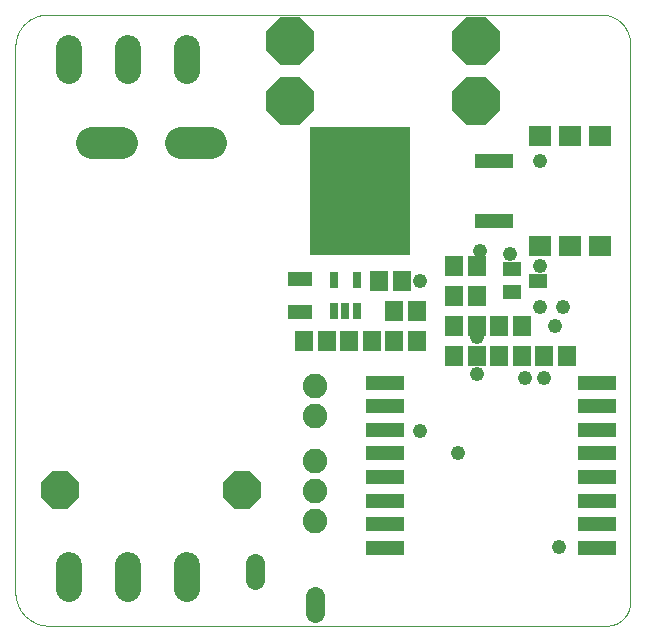
<source format=gts>
G75*
%MOIN*%
%OFA0B0*%
%FSLAX25Y25*%
%IPPOS*%
%LPD*%
%AMOC8*
5,1,8,0,0,1.08239X$1,22.5*
%
%ADD10C,0.00000*%
%ADD11OC8,0.15800*%
%ADD12R,0.07808X0.06784*%
%ADD13R,0.06312X0.04737*%
%ADD14R,0.05918X0.06706*%
%ADD15C,0.06400*%
%ADD16R,0.33792X0.42769*%
%ADD17R,0.12808X0.04800*%
%ADD18C,0.10800*%
%ADD19OC8,0.12611*%
%ADD20C,0.08600*%
%ADD21R,0.12611X0.05000*%
%ADD22R,0.02965X0.05524*%
%ADD23R,0.07887X0.04737*%
%ADD24R,0.05918X0.07099*%
%ADD25C,0.08200*%
%ADD26C,0.04762*%
D10*
X0012329Y0009583D02*
X0198239Y0009583D01*
X0198428Y0009585D01*
X0198617Y0009592D01*
X0198806Y0009604D01*
X0198995Y0009620D01*
X0199183Y0009640D01*
X0199370Y0009665D01*
X0199557Y0009695D01*
X0199744Y0009729D01*
X0199929Y0009767D01*
X0200113Y0009811D01*
X0200296Y0009858D01*
X0200478Y0009910D01*
X0200659Y0009966D01*
X0200838Y0010027D01*
X0201016Y0010092D01*
X0201192Y0010161D01*
X0201366Y0010235D01*
X0201539Y0010312D01*
X0201710Y0010394D01*
X0201878Y0010480D01*
X0202045Y0010570D01*
X0202209Y0010664D01*
X0202371Y0010762D01*
X0202530Y0010864D01*
X0202688Y0010969D01*
X0202842Y0011079D01*
X0202994Y0011192D01*
X0203143Y0011308D01*
X0203289Y0011429D01*
X0203432Y0011552D01*
X0203572Y0011680D01*
X0203709Y0011810D01*
X0203843Y0011944D01*
X0203973Y0012081D01*
X0204101Y0012221D01*
X0204224Y0012364D01*
X0204345Y0012510D01*
X0204461Y0012659D01*
X0204574Y0012811D01*
X0204684Y0012965D01*
X0204789Y0013123D01*
X0204891Y0013282D01*
X0204989Y0013444D01*
X0205083Y0013608D01*
X0205173Y0013775D01*
X0205259Y0013943D01*
X0205341Y0014114D01*
X0205418Y0014287D01*
X0205492Y0014461D01*
X0205561Y0014637D01*
X0205626Y0014815D01*
X0205687Y0014994D01*
X0205743Y0015175D01*
X0205795Y0015357D01*
X0205842Y0015540D01*
X0205886Y0015724D01*
X0205924Y0015909D01*
X0205958Y0016096D01*
X0205988Y0016283D01*
X0206013Y0016470D01*
X0206033Y0016658D01*
X0206049Y0016847D01*
X0206061Y0017036D01*
X0206068Y0017225D01*
X0206070Y0017414D01*
X0206070Y0203613D01*
X0206067Y0203847D01*
X0206059Y0204080D01*
X0206045Y0204314D01*
X0206025Y0204546D01*
X0205999Y0204779D01*
X0205969Y0205010D01*
X0205932Y0205241D01*
X0205890Y0205471D01*
X0205842Y0205700D01*
X0205789Y0205927D01*
X0205730Y0206154D01*
X0205666Y0206378D01*
X0205597Y0206602D01*
X0205522Y0206823D01*
X0205442Y0207042D01*
X0205356Y0207260D01*
X0205265Y0207475D01*
X0205169Y0207688D01*
X0205068Y0207899D01*
X0204962Y0208107D01*
X0204851Y0208313D01*
X0204735Y0208516D01*
X0204614Y0208716D01*
X0204489Y0208913D01*
X0204358Y0209107D01*
X0204223Y0209297D01*
X0204083Y0209485D01*
X0203939Y0209669D01*
X0203791Y0209849D01*
X0203638Y0210026D01*
X0203481Y0210199D01*
X0203320Y0210368D01*
X0203154Y0210534D01*
X0202985Y0210695D01*
X0202812Y0210852D01*
X0202635Y0211005D01*
X0202455Y0211153D01*
X0202271Y0211297D01*
X0202083Y0211437D01*
X0201893Y0211572D01*
X0201699Y0211703D01*
X0201502Y0211828D01*
X0201302Y0211949D01*
X0201099Y0212065D01*
X0200893Y0212176D01*
X0200685Y0212282D01*
X0200474Y0212383D01*
X0200261Y0212479D01*
X0200046Y0212570D01*
X0199828Y0212656D01*
X0199609Y0212736D01*
X0199388Y0212811D01*
X0199164Y0212880D01*
X0198940Y0212944D01*
X0198713Y0213003D01*
X0198486Y0213056D01*
X0198257Y0213104D01*
X0198027Y0213146D01*
X0197796Y0213183D01*
X0197565Y0213213D01*
X0197332Y0213239D01*
X0197100Y0213259D01*
X0196866Y0213273D01*
X0196633Y0213281D01*
X0196399Y0213284D01*
X0011812Y0213284D01*
X0011554Y0213281D01*
X0011297Y0213272D01*
X0011040Y0213256D01*
X0010783Y0213234D01*
X0010527Y0213206D01*
X0010271Y0213172D01*
X0010017Y0213132D01*
X0009763Y0213085D01*
X0009511Y0213033D01*
X0009260Y0212974D01*
X0009011Y0212909D01*
X0008763Y0212839D01*
X0008517Y0212762D01*
X0008273Y0212680D01*
X0008031Y0212591D01*
X0007791Y0212497D01*
X0007554Y0212397D01*
X0007319Y0212291D01*
X0007086Y0212180D01*
X0006857Y0212063D01*
X0006630Y0211940D01*
X0006406Y0211812D01*
X0006186Y0211679D01*
X0005969Y0211540D01*
X0005755Y0211396D01*
X0005544Y0211248D01*
X0005338Y0211094D01*
X0005135Y0210935D01*
X0004936Y0210771D01*
X0004741Y0210602D01*
X0004550Y0210429D01*
X0004364Y0210251D01*
X0004182Y0210069D01*
X0004004Y0209883D01*
X0003831Y0209692D01*
X0003662Y0209497D01*
X0003498Y0209298D01*
X0003339Y0209095D01*
X0003185Y0208889D01*
X0003037Y0208678D01*
X0002893Y0208464D01*
X0002754Y0208247D01*
X0002621Y0208027D01*
X0002493Y0207803D01*
X0002370Y0207576D01*
X0002253Y0207347D01*
X0002142Y0207114D01*
X0002036Y0206879D01*
X0001936Y0206642D01*
X0001842Y0206402D01*
X0001753Y0206160D01*
X0001671Y0205916D01*
X0001594Y0205670D01*
X0001524Y0205422D01*
X0001459Y0205173D01*
X0001400Y0204922D01*
X0001348Y0204670D01*
X0001301Y0204416D01*
X0001261Y0204162D01*
X0001227Y0203906D01*
X0001199Y0203650D01*
X0001177Y0203393D01*
X0001161Y0203136D01*
X0001152Y0202879D01*
X0001149Y0202621D01*
X0001149Y0020764D01*
X0001152Y0020494D01*
X0001162Y0020224D01*
X0001178Y0019954D01*
X0001201Y0019685D01*
X0001231Y0019416D01*
X0001266Y0019149D01*
X0001309Y0018882D01*
X0001357Y0018616D01*
X0001412Y0018352D01*
X0001474Y0018088D01*
X0001542Y0017827D01*
X0001616Y0017567D01*
X0001696Y0017309D01*
X0001783Y0017053D01*
X0001876Y0016800D01*
X0001974Y0016548D01*
X0002079Y0016299D01*
X0002190Y0016053D01*
X0002307Y0015809D01*
X0002430Y0015568D01*
X0002558Y0015331D01*
X0002692Y0015096D01*
X0002832Y0014865D01*
X0002977Y0014637D01*
X0003128Y0014413D01*
X0003284Y0014193D01*
X0003446Y0013976D01*
X0003612Y0013763D01*
X0003784Y0013555D01*
X0003961Y0013350D01*
X0004142Y0013150D01*
X0004329Y0012955D01*
X0004520Y0012764D01*
X0004715Y0012577D01*
X0004915Y0012396D01*
X0005120Y0012219D01*
X0005328Y0012047D01*
X0005541Y0011881D01*
X0005758Y0011719D01*
X0005978Y0011563D01*
X0006202Y0011412D01*
X0006430Y0011267D01*
X0006661Y0011127D01*
X0006896Y0010993D01*
X0007133Y0010865D01*
X0007374Y0010742D01*
X0007618Y0010625D01*
X0007864Y0010514D01*
X0008113Y0010409D01*
X0008365Y0010311D01*
X0008618Y0010218D01*
X0008874Y0010131D01*
X0009132Y0010051D01*
X0009392Y0009977D01*
X0009653Y0009909D01*
X0009917Y0009847D01*
X0010181Y0009792D01*
X0010447Y0009744D01*
X0010714Y0009701D01*
X0010981Y0009666D01*
X0011250Y0009636D01*
X0011519Y0009613D01*
X0011789Y0009597D01*
X0012059Y0009587D01*
X0012329Y0009584D01*
D11*
X0092649Y0184583D03*
X0092649Y0204583D03*
X0154649Y0204583D03*
X0154649Y0184583D03*
D12*
X0176149Y0172871D03*
X0186149Y0172871D03*
X0196149Y0172871D03*
X0196149Y0136296D03*
X0186149Y0136296D03*
X0176149Y0136296D03*
D13*
X0166818Y0128323D03*
X0166818Y0120843D03*
X0175479Y0124583D03*
D14*
X0169889Y0109583D03*
X0162409Y0109583D03*
X0154889Y0109583D03*
X0147409Y0109583D03*
X0147409Y0099583D03*
X0154889Y0099583D03*
X0162409Y0099583D03*
X0169889Y0099583D03*
X0177409Y0099583D03*
X0184889Y0099583D03*
X0154889Y0119583D03*
X0147409Y0119583D03*
X0147409Y0129583D03*
X0154889Y0129583D03*
X0134889Y0114583D03*
X0127409Y0114583D03*
X0127409Y0104583D03*
X0134889Y0104583D03*
D15*
X0081149Y0030383D02*
X0081149Y0024783D01*
X0101149Y0019383D02*
X0101149Y0013783D01*
D16*
X0116149Y0154583D03*
D17*
X0160676Y0144583D03*
X0160676Y0164583D03*
D18*
X0066227Y0170528D02*
X0056227Y0170528D01*
X0036542Y0170528D02*
X0026542Y0170528D01*
D19*
X0016070Y0054780D03*
X0076700Y0054780D03*
D20*
X0058349Y0029733D02*
X0058349Y0021933D01*
X0038649Y0021933D02*
X0038649Y0029733D01*
X0018949Y0029733D02*
X0018949Y0021933D01*
X0018949Y0194433D02*
X0018949Y0202233D01*
X0038649Y0202233D02*
X0038649Y0194433D01*
X0058349Y0194433D02*
X0058349Y0202233D01*
D21*
X0124220Y0090646D03*
X0124220Y0082772D03*
X0124220Y0074898D03*
X0124220Y0067024D03*
X0124220Y0059150D03*
X0124220Y0051276D03*
X0124220Y0043402D03*
X0124220Y0035528D03*
X0195086Y0035528D03*
X0195086Y0043402D03*
X0195086Y0051276D03*
X0195086Y0059150D03*
X0195086Y0067024D03*
X0195086Y0074898D03*
X0195086Y0082772D03*
X0195086Y0090646D03*
D22*
X0114889Y0114465D03*
X0111149Y0114465D03*
X0107409Y0114465D03*
X0107409Y0124702D03*
X0114889Y0124702D03*
D23*
X0096149Y0125095D03*
X0096149Y0114072D03*
D24*
X0097212Y0104583D03*
X0105086Y0104583D03*
X0112212Y0104583D03*
X0120086Y0104583D03*
X0122212Y0124583D03*
X0130086Y0124583D03*
D25*
X0101149Y0089583D03*
X0101149Y0079583D03*
X0101149Y0064583D03*
X0101149Y0054583D03*
X0101149Y0044583D03*
D26*
X0136149Y0074583D03*
X0148590Y0067024D03*
X0154899Y0093333D03*
X0154899Y0105833D03*
X0171149Y0092083D03*
X0177399Y0092083D03*
X0181149Y0109583D03*
X0183649Y0115833D03*
X0176149Y0115833D03*
X0176149Y0129583D03*
X0166149Y0133333D03*
X0156149Y0134583D03*
X0136149Y0124583D03*
X0176149Y0164583D03*
X0182399Y0035833D03*
M02*

</source>
